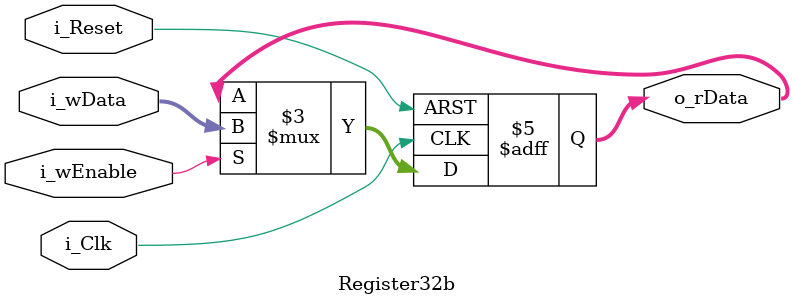
<source format=sv>
/* Reusable 32b register module */
module Register32b
(
    input  logic        i_Clk,
    input  logic        i_Reset,
    input  logic        i_wEnable,
    input  logic [31:0] i_wData,
    output logic [31:0] o_rData
);

    always_ff @(posedge i_Clk or negedge i_Reset)
        if(~i_Reset)
            o_rData <= 0;
        else if(i_wEnable)
            o_rData <= i_wData;

endmodule

</source>
